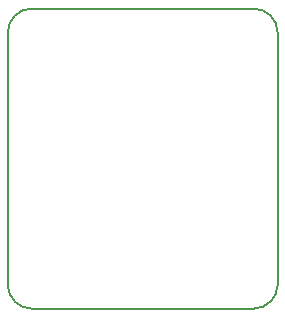
<source format=gko>
G04 DipTrace 3.1.0.1*
G04 HelloWorld1.gko*
%MOIN*%
G04 #@! TF.FileFunction,Profile*
G04 #@! TF.Part,Single*
%ADD11C,0.006*%
%FSLAX26Y26*%
G04*
G70*
G90*
G75*
G01*
G04 BoardOutline*
%LPD*%
X474000Y394000D2*
D11*
X1214000D1*
G03X1294000Y474000I-1J80001D01*
G01*
Y1314000D1*
G03X1214000Y1394000I-80001J-1D01*
G01*
X474000D1*
G03X394000Y1314000I1J-80001D01*
G01*
Y474000D1*
G03X474000Y394000I80001J1D01*
G01*
M02*

</source>
